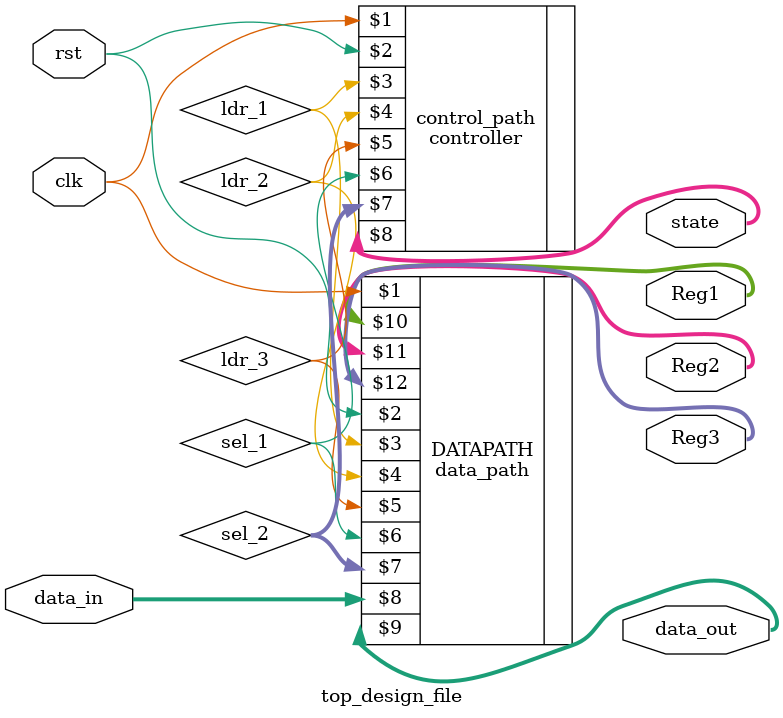
<source format=v>
`timescale 1ns / 1ps


module top_design_file(
 clk ,rst ,  data_in ,  data_out
 , state, Reg1, Reg2 , Reg3  );
 input clk , rst ;
 output [3:0] Reg1, Reg2 , Reg3 ;
 output [3:0] data_out ;
 input [3:0] data_in ;
 output [1:0] state ;
 wire ldr_1, ldr_2, ldr_3 , sel_1 ;
 wire [1:0] sel_2 ;
  data_path DATAPATH(
 clk, rst , ldr_1  , ldr_2 , ldr_3 , sel_1 ,
 sel_2  , data_in ,  data_out , Reg1 , Reg2 , Reg3 
    );  
     controller control_path(
 clk, rst , ldr_1 , ldr_2 , ldr_3 , sel_1 , sel_2 , state
    );
endmodule

</source>
